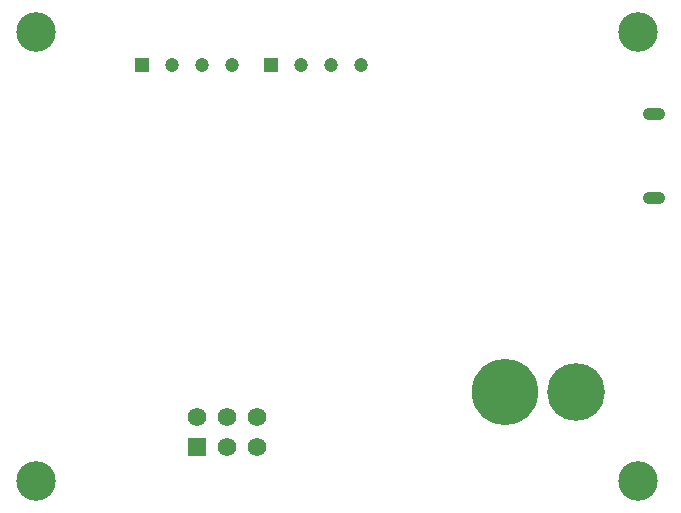
<source format=gbs>
G04*
G04 #@! TF.GenerationSoftware,Altium Limited,Altium Designer,22.0.2 (36)*
G04*
G04 Layer_Color=16711935*
%FSLAX25Y25*%
%MOIN*%
G70*
G04*
G04 #@! TF.SameCoordinates,77FB473F-6002-4E98-9841-083E989A2A2F*
G04*
G04*
G04 #@! TF.FilePolarity,Negative*
G04*
G01*
G75*
%ADD50C,0.06181*%
%ADD51R,0.06181X0.06181*%
%ADD52C,0.13189*%
%ADD53R,0.04724X0.04724*%
%ADD54C,0.04724*%
%ADD55C,0.22087*%
%ADD56C,0.19252*%
%ADD57O,0.07480X0.04134*%
D50*
X408425Y257480D02*
D03*
X398425D02*
D03*
X388425D02*
D03*
X408425Y247480D02*
D03*
X398425D02*
D03*
D51*
X388425D02*
D03*
D52*
X535433Y236220D02*
D03*
Y385827D02*
D03*
X334646Y236220D02*
D03*
Y385827D02*
D03*
D53*
X413071Y375000D02*
D03*
X369921D02*
D03*
D54*
X423071D02*
D03*
X433071D02*
D03*
X443071D02*
D03*
X379921D02*
D03*
X389921D02*
D03*
X399921D02*
D03*
D55*
X491142Y265748D02*
D03*
D56*
X514764D02*
D03*
D57*
X540492Y330413D02*
D03*
Y358563D02*
D03*
M02*

</source>
